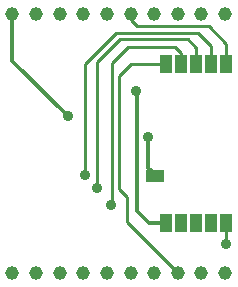
<source format=gbl>
G04 (created by PCBNEW (22-Jun-2014 BZR 4027)-stable) date Sun 21 Feb 2016 08:37:06 PM EET*
%MOIN*%
G04 Gerber Fmt 3.4, Leading zero omitted, Abs format*
%FSLAX34Y34*%
G01*
G70*
G90*
G04 APERTURE LIST*
%ADD10C,0.00590551*%
%ADD11R,0.0393701X0.0629921*%
%ADD12R,0.0629921X0.0393701*%
%ADD13C,0.0452756*%
%ADD14C,0.035*%
%ADD15C,0.012*%
%ADD16C,0.01*%
G04 APERTURE END LIST*
G54D10*
G54D11*
X69385Y-46259D03*
X68885Y-46259D03*
X68385Y-46259D03*
X67885Y-46259D03*
X67385Y-46259D03*
G54D12*
X66992Y-44685D03*
G54D11*
X67385Y-40944D03*
X67885Y-40944D03*
X68385Y-40944D03*
X68885Y-40944D03*
X69385Y-40944D03*
G54D13*
X69342Y-39271D03*
X68555Y-39271D03*
X67767Y-39271D03*
X66980Y-39271D03*
X66192Y-39271D03*
X65405Y-39271D03*
X64618Y-39271D03*
X63830Y-39271D03*
X63043Y-39271D03*
X62255Y-39271D03*
X69342Y-47933D03*
X68555Y-47933D03*
X67767Y-47933D03*
X66980Y-47933D03*
X66192Y-47933D03*
X65405Y-47933D03*
X64618Y-47933D03*
X63830Y-47933D03*
X63043Y-47933D03*
X62255Y-47933D03*
G54D14*
X64114Y-42696D03*
X66771Y-43385D03*
X69389Y-46968D03*
X65078Y-45098D03*
X64665Y-44665D03*
X65551Y-45669D03*
X66358Y-41850D03*
G54D15*
X66992Y-44685D02*
X66992Y-44629D01*
X62255Y-40838D02*
X62255Y-39271D01*
X64114Y-42696D02*
X62255Y-40838D01*
X66771Y-44409D02*
X66771Y-43385D01*
X66992Y-44629D02*
X66771Y-44409D01*
G54D16*
X69385Y-46259D02*
X69385Y-46964D01*
X69385Y-46964D02*
X69389Y-46968D01*
X68385Y-40944D02*
X68385Y-40413D01*
X65078Y-40885D02*
X65078Y-45098D01*
X65826Y-40137D02*
X65078Y-40885D01*
X68110Y-40137D02*
X65826Y-40137D01*
X68385Y-40413D02*
X68110Y-40137D01*
X68885Y-40944D02*
X68885Y-40362D01*
X64665Y-40964D02*
X64665Y-44665D01*
X65708Y-39921D02*
X64665Y-40964D01*
X68444Y-39921D02*
X65708Y-39921D01*
X68885Y-40362D02*
X68444Y-39921D01*
X67385Y-40944D02*
X66220Y-40944D01*
X66062Y-46228D02*
X67767Y-47933D01*
X66062Y-45393D02*
X66062Y-46228D01*
X65807Y-45137D02*
X66062Y-45393D01*
X65807Y-41358D02*
X65807Y-45137D01*
X66220Y-40944D02*
X65807Y-41358D01*
X69385Y-40944D02*
X69385Y-40291D01*
X66192Y-39500D02*
X66192Y-39271D01*
X66397Y-39704D02*
X66192Y-39500D01*
X68799Y-39704D02*
X66397Y-39704D01*
X69385Y-40291D02*
X68799Y-39704D01*
X67885Y-40944D02*
X67885Y-40602D01*
X65570Y-45649D02*
X65551Y-45669D01*
X65570Y-40905D02*
X65570Y-45649D01*
X66102Y-40374D02*
X65570Y-40905D01*
X67657Y-40374D02*
X66102Y-40374D01*
X67885Y-40602D02*
X67657Y-40374D01*
G54D15*
X66811Y-46259D02*
X67385Y-46259D01*
X66417Y-45866D02*
X66811Y-46259D01*
X66417Y-41909D02*
X66417Y-45866D01*
X66358Y-41850D02*
X66417Y-41909D01*
M02*

</source>
